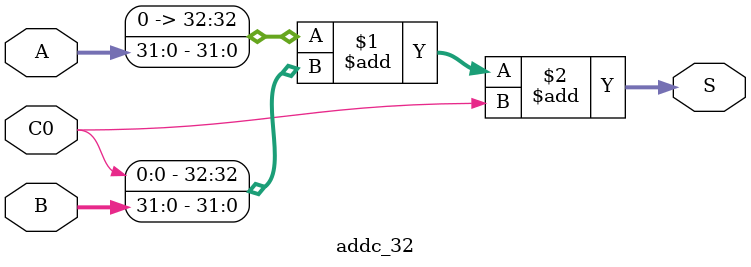
<source format=v>
`timescale 1ns / 1ps


module addc_32(
    input [31:0]A,
    input [31:0]B,
    input C0,
    output [32:0]S
    );
   // wire B_com = B^32'b0000_0000_0000_0000_0000_0000_0000_0000;
   // always @(*) begin
   //     case(C0)
   //         1'b0 : S <= {1'b0,A} + {1'b0,B};
   //         1'b1 : S <= {1'b0,A} + {1'b1,B_com} + 33'b1;
   //     endcase
   //    end 
   assign S = {1'b0,A} + {C0,B} + C0;
    
endmodule

</source>
